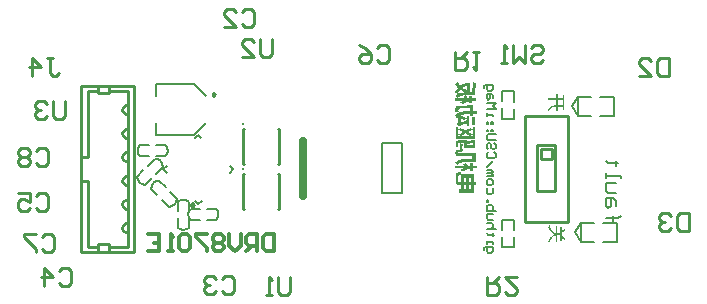
<source format=gbo>
G04*
G04 #@! TF.GenerationSoftware,Altium Limited,Altium Designer,20.1.11 (218)*
G04*
G04 Layer_Color=32896*
%FSLAX25Y25*%
%MOIN*%
G70*
G04*
G04 #@! TF.SameCoordinates,9EE67B27-E454-41D5-82AA-807338E90DDB*
G04*
G04*
G04 #@! TF.FilePolarity,Positive*
G04*
G01*
G75*
%ADD10C,0.01000*%
%ADD11C,0.01000*%
%ADD12C,0.00800*%
%ADD13C,0.00984*%
%ADD14C,0.00591*%
%ADD15C,0.00787*%
%ADD16C,0.01200*%
%ADD17C,0.00700*%
%ADD85C,0.02600*%
G36*
X-62266Y-98296D02*
X-60549D01*
Y-97090D01*
X-60083D01*
Y-102388D01*
X-60549D01*
Y-101108D01*
X-62266D01*
Y-102655D01*
X-62732D01*
Y-101108D01*
X-62910Y-101115D01*
X-63080Y-101130D01*
X-63228Y-101145D01*
X-63369Y-101160D01*
X-63495Y-101182D01*
X-63613Y-101212D01*
X-63709Y-101234D01*
X-63805Y-101263D01*
X-63879Y-101286D01*
X-63946Y-101308D01*
X-64005Y-101337D01*
X-64050Y-101352D01*
X-64087Y-101374D01*
X-64109Y-101382D01*
X-64124Y-101397D01*
X-64131D01*
X-64227Y-101463D01*
X-64316Y-101537D01*
X-64405Y-101619D01*
X-64494Y-101715D01*
X-64656Y-101915D01*
X-64797Y-102114D01*
X-64856Y-102211D01*
X-64915Y-102299D01*
X-64967Y-102381D01*
X-65004Y-102455D01*
X-65041Y-102514D01*
X-65063Y-102566D01*
X-65078Y-102595D01*
X-65086Y-102603D01*
X-65234Y-102470D01*
X-65308Y-102418D01*
X-65367Y-102366D01*
X-65419Y-102329D01*
X-65463Y-102292D01*
X-65493Y-102277D01*
X-65500Y-102270D01*
X-65389Y-102085D01*
X-65285Y-101915D01*
X-65174Y-101759D01*
X-65071Y-101619D01*
X-64975Y-101500D01*
X-64878Y-101389D01*
X-64790Y-101293D01*
X-64701Y-101212D01*
X-64627Y-101145D01*
X-64553Y-101086D01*
X-64494Y-101034D01*
X-64442Y-100997D01*
X-64405Y-100967D01*
X-64368Y-100953D01*
X-64353Y-100938D01*
X-64346D01*
X-64242Y-100886D01*
X-64124Y-100842D01*
X-63998Y-100805D01*
X-63872Y-100768D01*
X-63598Y-100716D01*
X-63339Y-100671D01*
X-63213Y-100657D01*
X-63102Y-100649D01*
X-62999Y-100642D01*
X-62910Y-100634D01*
X-62836D01*
X-62777Y-100627D01*
X-62747D01*
X-62732D01*
Y-98777D01*
X-65426D01*
Y-98296D01*
X-62732D01*
Y-96831D01*
X-62266D01*
Y-98296D01*
D02*
G37*
G36*
X-64834Y-141039D02*
X-64701Y-141350D01*
X-64553Y-141646D01*
X-64397Y-141905D01*
X-64227Y-142149D01*
X-64057Y-142356D01*
X-63887Y-142548D01*
X-63724Y-142719D01*
X-63561Y-142859D01*
X-63406Y-142985D01*
X-63273Y-143081D01*
X-63154Y-143163D01*
X-63051Y-143229D01*
X-62977Y-143266D01*
X-62947Y-143281D01*
X-62925Y-143296D01*
X-62917Y-143303D01*
X-62910D01*
Y-140795D01*
X-62459D01*
Y-143385D01*
X-62399D01*
X-62333D01*
X-62259D01*
X-62170Y-143377D01*
X-61985D01*
X-61800D01*
X-61622D01*
X-61541D01*
X-61474D01*
X-61415D01*
X-61371D01*
X-61341D01*
X-61334D01*
Y-141142D01*
X-60882D01*
Y-142637D01*
X-60720Y-142504D01*
X-60557Y-142378D01*
X-60401Y-142252D01*
X-60253Y-142134D01*
X-60128Y-142038D01*
X-60076Y-141993D01*
X-60031Y-141956D01*
X-59994Y-141927D01*
X-59965Y-141905D01*
X-59950Y-141897D01*
X-59943Y-141890D01*
X-59669Y-142378D01*
X-59883Y-142511D01*
X-60098Y-142652D01*
X-60305Y-142785D01*
X-60490Y-142911D01*
X-60572Y-142970D01*
X-60646Y-143022D01*
X-60712Y-143066D01*
X-60771Y-143111D01*
X-60816Y-143140D01*
X-60853Y-143163D01*
X-60875Y-143177D01*
X-60882Y-143185D01*
Y-144598D01*
X-60549Y-144221D01*
X-60394Y-144376D01*
X-60239Y-144539D01*
X-60091Y-144694D01*
X-59957Y-144835D01*
X-59846Y-144961D01*
X-59795Y-145013D01*
X-59758Y-145057D01*
X-59721Y-145094D01*
X-59698Y-145124D01*
X-59684Y-145138D01*
X-59676Y-145146D01*
X-59987Y-145486D01*
X-60120Y-145346D01*
X-60268Y-145198D01*
X-60416Y-145057D01*
X-60564Y-144916D01*
X-60690Y-144798D01*
X-60742Y-144746D01*
X-60794Y-144702D01*
X-60831Y-144672D01*
X-60860Y-144643D01*
X-60875Y-144628D01*
X-60882Y-144620D01*
Y-146041D01*
X-61334D01*
Y-143880D01*
X-61511D01*
X-61667D01*
X-61807D01*
X-61933D01*
X-62037D01*
X-62126Y-143888D01*
X-62207D01*
X-62274D01*
X-62325D01*
X-62362D01*
X-62399Y-143895D01*
X-62422D01*
X-62451D01*
X-62459D01*
Y-146389D01*
X-62910D01*
Y-143977D01*
X-63043Y-144021D01*
X-63169Y-144073D01*
X-63287Y-144132D01*
X-63406Y-144199D01*
X-63635Y-144361D01*
X-63842Y-144546D01*
X-64035Y-144746D01*
X-64212Y-144953D01*
X-64375Y-145175D01*
X-64523Y-145397D01*
X-64649Y-145612D01*
X-64760Y-145812D01*
X-64856Y-146004D01*
X-64930Y-146167D01*
X-64967Y-146241D01*
X-64989Y-146308D01*
X-65019Y-146367D01*
X-65034Y-146419D01*
X-65049Y-146456D01*
X-65063Y-146485D01*
X-65071Y-146500D01*
Y-146507D01*
X-65234Y-146374D01*
X-65308Y-146315D01*
X-65374Y-146263D01*
X-65426Y-146219D01*
X-65463Y-146189D01*
X-65493Y-146167D01*
X-65500Y-146160D01*
X-65419Y-145967D01*
X-65337Y-145790D01*
X-65256Y-145619D01*
X-65167Y-145449D01*
X-65078Y-145294D01*
X-64989Y-145153D01*
X-64901Y-145013D01*
X-64812Y-144879D01*
X-64716Y-144761D01*
X-64627Y-144643D01*
X-64442Y-144435D01*
X-64264Y-144258D01*
X-64087Y-144102D01*
X-63924Y-143969D01*
X-63776Y-143858D01*
X-63643Y-143777D01*
X-63524Y-143710D01*
X-63428Y-143658D01*
X-63354Y-143621D01*
X-63332Y-143614D01*
X-63310Y-143607D01*
X-63302Y-143599D01*
X-63295D01*
X-63554Y-143466D01*
X-63791Y-143303D01*
X-64020Y-143126D01*
X-64227Y-142941D01*
X-64420Y-142741D01*
X-64590Y-142534D01*
X-64745Y-142326D01*
X-64886Y-142119D01*
X-65012Y-141919D01*
X-65123Y-141734D01*
X-65211Y-141572D01*
X-65285Y-141424D01*
X-65345Y-141298D01*
X-65367Y-141246D01*
X-65389Y-141209D01*
X-65396Y-141172D01*
X-65411Y-141150D01*
X-65419Y-141135D01*
Y-141128D01*
X-65248Y-140972D01*
X-65167Y-140898D01*
X-65093Y-140832D01*
X-65034Y-140780D01*
X-64989Y-140728D01*
X-64952Y-140698D01*
X-64945Y-140691D01*
X-64834Y-141039D01*
D02*
G37*
G36*
X-95308Y-93128D02*
X-95198Y-93384D01*
X-95079Y-93613D01*
X-94960Y-93806D01*
X-94905Y-93897D01*
X-94850Y-93970D01*
X-94804Y-94035D01*
X-94758Y-94090D01*
X-94722Y-94135D01*
X-94694Y-94163D01*
X-94685Y-94181D01*
X-94676Y-94190D01*
X-94291Y-93952D01*
X-93906Y-93741D01*
X-93522Y-93558D01*
X-93329Y-93485D01*
X-93155Y-93412D01*
X-92990Y-93357D01*
X-92844Y-93302D01*
X-92716Y-93256D01*
X-92597Y-93219D01*
X-92505Y-93192D01*
X-92432Y-93173D01*
X-92395Y-93155D01*
X-92377D01*
X-91442D01*
Y-96361D01*
X-90746D01*
X-90719Y-95958D01*
X-90691Y-95573D01*
X-90664Y-95216D01*
X-90636Y-94886D01*
X-90609Y-94575D01*
X-90572Y-94300D01*
X-90545Y-94044D01*
X-90517Y-93815D01*
X-90490Y-93613D01*
X-90471Y-93439D01*
X-90444Y-93283D01*
X-90426Y-93164D01*
X-90407Y-93064D01*
X-90398Y-93000D01*
X-90389Y-92954D01*
Y-92945D01*
X-89409Y-93265D01*
X-89455Y-93540D01*
X-89500Y-93842D01*
X-89546Y-94163D01*
X-89583Y-94493D01*
X-89647Y-95170D01*
X-89675Y-95500D01*
X-89702Y-95821D01*
X-89720Y-96123D01*
X-89739Y-96398D01*
X-89757Y-96654D01*
X-89766Y-96764D01*
Y-96874D01*
X-89775Y-96966D01*
X-89784Y-97057D01*
Y-97186D01*
X-89794Y-97241D01*
Y-97305D01*
X-92597D01*
X-92963Y-97314D01*
X-93302Y-97341D01*
X-93622Y-97387D01*
X-93916Y-97442D01*
X-94190Y-97515D01*
X-94447Y-97589D01*
X-94676Y-97671D01*
X-94877Y-97754D01*
X-95061Y-97845D01*
X-95216Y-97928D01*
X-95354Y-98001D01*
X-95464Y-98065D01*
X-95555Y-98129D01*
X-95619Y-98175D01*
X-95656Y-98202D01*
X-95665Y-98211D01*
X-95812Y-98065D01*
X-95949Y-97937D01*
X-96096Y-97808D01*
X-96224Y-97699D01*
X-96334Y-97607D01*
X-96425Y-97534D01*
X-96480Y-97488D01*
X-96490Y-97470D01*
X-96499D01*
X-96224Y-97277D01*
X-95940Y-97103D01*
X-95647Y-96957D01*
X-95345Y-96828D01*
X-95051Y-96718D01*
X-94758Y-96636D01*
X-94474Y-96563D01*
X-94209Y-96499D01*
X-93952Y-96453D01*
X-93723Y-96416D01*
X-93512Y-96398D01*
X-93339Y-96380D01*
X-93256Y-96370D01*
X-93192D01*
X-93128Y-96361D01*
X-93082D01*
X-93045D01*
X-93018D01*
X-93000D01*
X-92990D01*
X-92377D01*
Y-95491D01*
X-93027Y-96206D01*
X-93357Y-96096D01*
X-93659Y-95977D01*
X-93934Y-95857D01*
X-94062Y-95793D01*
X-94181Y-95738D01*
X-94282Y-95683D01*
X-94374Y-95638D01*
X-94456Y-95592D01*
X-94520Y-95555D01*
X-94575Y-95528D01*
X-94612Y-95500D01*
X-94639Y-95491D01*
X-94648Y-95482D01*
X-94841Y-95702D01*
X-95015Y-95931D01*
X-95170Y-96150D01*
X-95299Y-96361D01*
X-95354Y-96453D01*
X-95409Y-96544D01*
X-95454Y-96618D01*
X-95491Y-96691D01*
X-95519Y-96746D01*
X-95537Y-96783D01*
X-95546Y-96810D01*
X-95555Y-96819D01*
X-95876Y-96609D01*
X-96031Y-96517D01*
X-96178Y-96425D01*
X-96306Y-96352D01*
X-96398Y-96297D01*
X-96435Y-96279D01*
X-96462Y-96260D01*
X-96480Y-96251D01*
X-96490D01*
X-96325Y-95967D01*
X-96151Y-95702D01*
X-95977Y-95464D01*
X-95894Y-95354D01*
X-95812Y-95253D01*
X-95738Y-95161D01*
X-95674Y-95088D01*
X-95610Y-95015D01*
X-95564Y-94960D01*
X-95519Y-94914D01*
X-95491Y-94877D01*
X-95473Y-94859D01*
X-95464Y-94850D01*
X-95683Y-94630D01*
X-95885Y-94401D01*
X-96059Y-94181D01*
X-96215Y-93970D01*
X-96279Y-93870D01*
X-96334Y-93787D01*
X-96380Y-93705D01*
X-96425Y-93641D01*
X-96453Y-93586D01*
X-96480Y-93549D01*
X-96490Y-93522D01*
X-96499Y-93512D01*
X-96270Y-93393D01*
X-96059Y-93274D01*
X-95876Y-93164D01*
X-95711Y-93064D01*
X-95583Y-92981D01*
X-95528Y-92945D01*
X-95482Y-92908D01*
X-95445Y-92890D01*
X-95418Y-92871D01*
X-95409Y-92853D01*
X-95399D01*
X-95308Y-93128D01*
D02*
G37*
G36*
X-92679Y-97515D02*
X-92587Y-97680D01*
X-92505Y-97836D01*
X-92432Y-97973D01*
X-92368Y-98092D01*
X-92322Y-98184D01*
X-92294Y-98239D01*
X-92285Y-98248D01*
Y-98257D01*
X-91626D01*
Y-97488D01*
X-90664D01*
Y-98257D01*
X-89317D01*
Y-99210D01*
X-90664D01*
Y-100071D01*
X-91626D01*
Y-99219D01*
X-91809Y-99274D01*
X-91992Y-99338D01*
X-92349Y-99476D01*
X-92688Y-99631D01*
X-92853Y-99705D01*
X-93000Y-99778D01*
X-93146Y-99851D01*
X-93265Y-99924D01*
X-93384Y-99979D01*
X-93476Y-100034D01*
X-93549Y-100080D01*
X-93613Y-100117D01*
X-93650Y-100135D01*
X-93659Y-100144D01*
X-93879Y-100089D01*
X-94108Y-100043D01*
X-94319Y-99998D01*
X-94520Y-99961D01*
X-94612Y-99943D01*
X-94694Y-99924D01*
X-94767Y-99915D01*
X-94832Y-99897D01*
X-94877Y-99888D01*
X-94914D01*
X-94942Y-99879D01*
X-94951D01*
X-94713Y-99732D01*
X-94474Y-99604D01*
X-94254Y-99494D01*
X-94062Y-99393D01*
X-93971Y-99357D01*
X-93888Y-99320D01*
X-93824Y-99283D01*
X-93760Y-99256D01*
X-93714Y-99237D01*
X-93677Y-99219D01*
X-93659Y-99210D01*
X-96444D01*
Y-98257D01*
X-93320D01*
X-93430Y-98083D01*
X-93476Y-98001D01*
X-93522Y-97928D01*
X-93558Y-97873D01*
X-93586Y-97827D01*
X-93604Y-97799D01*
X-93613Y-97790D01*
X-92780Y-97332D01*
X-92679Y-97515D01*
D02*
G37*
G36*
X-90490Y-102590D02*
X-89244Y-102581D01*
Y-103552D01*
X-90490Y-103561D01*
Y-104321D01*
X-91461D01*
Y-103579D01*
X-91891D01*
X-92294Y-103598D01*
X-92661Y-103625D01*
X-92990Y-103653D01*
X-93293Y-103689D01*
X-93568Y-103735D01*
X-93806Y-103781D01*
X-94025Y-103827D01*
X-94209Y-103872D01*
X-94364Y-103918D01*
X-94493Y-103955D01*
X-94593Y-103991D01*
X-94676Y-104028D01*
X-94731Y-104056D01*
X-94767Y-104065D01*
X-94777Y-104074D01*
X-92936Y-104852D01*
X-93210Y-105668D01*
X-93448Y-105567D01*
X-93687Y-105475D01*
X-93916Y-105393D01*
X-94117Y-105310D01*
X-94218Y-105274D01*
X-94300Y-105246D01*
X-94374Y-105219D01*
X-94438Y-105191D01*
X-94493Y-105173D01*
X-94529Y-105155D01*
X-94557Y-105146D01*
X-94566D01*
X-94575Y-105356D01*
X-94584Y-105558D01*
X-94593Y-105769D01*
X-94603Y-105952D01*
Y-106181D01*
X-94612Y-106245D01*
Y-106355D01*
X-94236Y-106217D01*
X-93879Y-106080D01*
X-93531Y-105961D01*
X-93366Y-105897D01*
X-93219Y-105851D01*
X-93082Y-105805D01*
X-92954Y-105759D01*
X-92844Y-105723D01*
X-92752Y-105686D01*
X-92670Y-105668D01*
X-92615Y-105649D01*
X-92578Y-105631D01*
X-92569D01*
Y-104220D01*
X-91635D01*
Y-107600D01*
X-92569D01*
Y-106694D01*
X-92752Y-106749D01*
X-92926Y-106794D01*
X-93082Y-106849D01*
X-93238Y-106895D01*
X-93522Y-106987D01*
X-93769Y-107078D01*
X-93980Y-107161D01*
X-94172Y-107234D01*
X-94328Y-107307D01*
X-94465Y-107371D01*
X-94575Y-107436D01*
X-94667Y-107481D01*
X-94731Y-107527D01*
X-94786Y-107564D01*
X-94822Y-107600D01*
X-94850Y-107619D01*
X-94868Y-107628D01*
Y-107637D01*
X-95748Y-107179D01*
X-95711Y-107078D01*
X-95683Y-106968D01*
X-95656Y-106849D01*
X-95628Y-106739D01*
X-95610Y-106639D01*
X-95601Y-106556D01*
X-95592Y-106501D01*
Y-106483D01*
X-95427Y-104449D01*
X-95592Y-104587D01*
X-95665Y-104651D01*
X-95738Y-104706D01*
X-95793Y-104761D01*
X-95839Y-104798D01*
X-95867Y-104825D01*
X-95876Y-104834D01*
X-95986Y-104660D01*
X-96096Y-104495D01*
X-96196Y-104340D01*
X-96288Y-104211D01*
X-96371Y-104101D01*
X-96435Y-104019D01*
X-96471Y-103964D01*
X-96490Y-103946D01*
X-96270Y-103772D01*
X-96059Y-103616D01*
X-95839Y-103479D01*
X-95647Y-103359D01*
X-95473Y-103268D01*
X-95399Y-103231D01*
X-95335Y-103204D01*
X-95290Y-103176D01*
X-95244Y-103158D01*
X-95226Y-103149D01*
X-95216D01*
X-94951Y-103039D01*
X-94694Y-102956D01*
X-94456Y-102883D01*
X-94236Y-102828D01*
X-94145Y-102810D01*
X-94053Y-102792D01*
X-93980Y-102773D01*
X-93916Y-102764D01*
X-93870Y-102755D01*
X-93824Y-102746D01*
X-93806D01*
X-93796D01*
X-93650Y-102727D01*
X-93494Y-102709D01*
X-93320Y-102700D01*
X-93137Y-102682D01*
X-92743Y-102654D01*
X-92368Y-102636D01*
X-92184D01*
X-92010Y-102627D01*
X-91864Y-102618D01*
X-91726D01*
X-91616Y-102608D01*
X-91534D01*
X-91479D01*
X-91461D01*
Y-101665D01*
X-91717D01*
X-91974D01*
X-92212Y-101674D01*
X-92432D01*
X-92642D01*
X-92835Y-101683D01*
X-93018D01*
X-93183D01*
X-93329Y-101692D01*
X-93467D01*
X-93577D01*
X-93668D01*
X-93742Y-101701D01*
X-93796D01*
X-93833D01*
X-93842D01*
X-94016Y-101711D01*
X-94163D01*
X-94300Y-101720D01*
X-94419D01*
X-94529D01*
X-94621Y-101729D01*
X-94703D01*
X-94767Y-101738D01*
X-94822D01*
X-94868D01*
X-94905D01*
X-94932Y-101747D01*
X-94960D01*
X-94969D01*
X-95024Y-101756D01*
X-95070Y-101775D01*
X-95143Y-101821D01*
X-95189Y-101866D01*
X-95207Y-101875D01*
Y-101885D01*
X-95235Y-101930D01*
X-95253Y-101976D01*
X-95280Y-102086D01*
Y-102132D01*
X-95290Y-102169D01*
Y-102333D01*
X-95280Y-102462D01*
Y-102599D01*
X-95271Y-102727D01*
Y-102837D01*
X-95262Y-102929D01*
Y-103011D01*
X-95464Y-102956D01*
X-95656Y-102911D01*
X-95839Y-102865D01*
X-96004Y-102819D01*
X-96151Y-102792D01*
X-96206Y-102773D01*
X-96260Y-102764D01*
X-96297Y-102755D01*
X-96325D01*
X-96343Y-102746D01*
X-96352D01*
Y-102553D01*
X-96343Y-102389D01*
Y-102233D01*
X-96334Y-102095D01*
X-96325Y-101967D01*
Y-101866D01*
X-96315Y-101775D01*
X-96306Y-101692D01*
X-96297Y-101628D01*
Y-101573D01*
X-96288Y-101527D01*
X-96279Y-101491D01*
X-96270Y-101445D01*
Y-101436D01*
X-96242Y-101344D01*
X-96206Y-101271D01*
X-96160Y-101198D01*
X-96123Y-101143D01*
X-96087Y-101097D01*
X-96059Y-101060D01*
X-96041Y-101042D01*
X-96031Y-101033D01*
X-95967Y-100978D01*
X-95903Y-100932D01*
X-95784Y-100877D01*
X-95738Y-100850D01*
X-95702Y-100840D01*
X-95674Y-100831D01*
X-95665D01*
X-95619Y-100822D01*
X-95564Y-100813D01*
X-95491Y-100804D01*
X-95418Y-100795D01*
X-95253Y-100786D01*
X-95070Y-100776D01*
X-94905Y-100767D01*
X-94832D01*
X-94767Y-100758D01*
X-94713D01*
X-94667D01*
X-94639D01*
X-94630D01*
X-90490Y-100676D01*
Y-102590D01*
D02*
G37*
G36*
X-89794Y-107289D02*
X-90728D01*
Y-104477D01*
X-89794D01*
Y-107289D01*
D02*
G37*
G36*
X-95290Y-111054D02*
X-94612D01*
X-95088Y-110394D01*
X-94877Y-110239D01*
X-94667Y-110092D01*
X-94474Y-109955D01*
X-94291Y-109826D01*
X-94135Y-109726D01*
X-94071Y-109680D01*
X-94016Y-109643D01*
X-93971Y-109616D01*
X-93934Y-109597D01*
X-93916Y-109579D01*
X-93906D01*
X-95070Y-108938D01*
X-94621Y-108123D01*
X-92990Y-109066D01*
X-92642Y-108883D01*
X-92285Y-108718D01*
X-91955Y-108562D01*
X-91790Y-108489D01*
X-91644Y-108425D01*
X-91506Y-108361D01*
X-91378Y-108306D01*
X-91268Y-108260D01*
X-91177Y-108214D01*
X-91094Y-108187D01*
X-91039Y-108159D01*
X-91003Y-108150D01*
X-90993Y-108141D01*
X-90700Y-108938D01*
X-90966Y-109048D01*
X-91232Y-109158D01*
X-91470Y-109258D01*
X-91690Y-109359D01*
X-91781Y-109405D01*
X-91864Y-109451D01*
X-91946Y-109487D01*
X-92010Y-109515D01*
X-92056Y-109542D01*
X-92102Y-109561D01*
X-92120Y-109579D01*
X-92129D01*
X-90792Y-110394D01*
X-91168Y-111054D01*
X-90581D01*
Y-108022D01*
X-89702D01*
Y-112016D01*
X-96160D01*
Y-107921D01*
X-95290D01*
Y-111054D01*
D02*
G37*
G36*
X-92560Y-112657D02*
X-89647Y-112409D01*
Y-114974D01*
X-90517D01*
Y-113408D01*
X-92560Y-113573D01*
Y-114067D01*
X-90728Y-113866D01*
Y-114764D01*
X-93430Y-115020D01*
Y-113124D01*
X-93668Y-113133D01*
X-93888Y-113142D01*
X-94080Y-113152D01*
X-94254Y-113161D01*
X-94410Y-113170D01*
X-94548D01*
X-94657Y-113179D01*
X-94758Y-113188D01*
X-94841D01*
X-94914Y-113197D01*
X-94969D01*
X-95015D01*
X-95042Y-113206D01*
X-95061D01*
X-95079D01*
X-95180Y-113234D01*
X-95253Y-113280D01*
X-95308Y-113335D01*
X-95345Y-113408D01*
X-95363Y-113472D01*
X-95372Y-113527D01*
X-95381Y-113564D01*
Y-113719D01*
X-95372Y-113884D01*
X-95363Y-114058D01*
X-95345Y-114223D01*
X-95335Y-114379D01*
Y-114443D01*
X-95326Y-114498D01*
Y-114553D01*
X-95317Y-114590D01*
Y-114617D01*
X-95656Y-114562D01*
X-95821Y-114535D01*
X-95967Y-114516D01*
X-96096Y-114498D01*
X-96187Y-114480D01*
X-96224D01*
X-96251Y-114471D01*
X-96270D01*
X-96279D01*
Y-113628D01*
X-96270Y-113518D01*
Y-113225D01*
X-96260Y-113179D01*
Y-113106D01*
X-96251Y-113042D01*
X-96233Y-112977D01*
X-96178Y-112858D01*
X-96160Y-112813D01*
X-96132Y-112776D01*
X-96123Y-112758D01*
X-96114Y-112748D01*
X-96068Y-112684D01*
X-96013Y-112629D01*
X-95903Y-112547D01*
X-95858Y-112519D01*
X-95821Y-112501D01*
X-95793Y-112483D01*
X-95784D01*
X-95738Y-112464D01*
X-95693Y-112446D01*
X-95574Y-112419D01*
X-95436Y-112400D01*
X-95308Y-112382D01*
X-95180Y-112364D01*
X-95079Y-112355D01*
X-95033Y-112345D01*
X-95006D01*
X-94987D01*
X-94978D01*
X-94850Y-112336D01*
X-94703Y-112327D01*
X-94529Y-112318D01*
X-94346Y-112300D01*
X-94145Y-112290D01*
X-93943Y-112281D01*
X-93540Y-112263D01*
X-93348Y-112254D01*
X-93164Y-112245D01*
X-93000D01*
X-92853Y-112235D01*
X-92734D01*
X-92642Y-112226D01*
X-92606D01*
X-92578D01*
X-92569D01*
X-92560D01*
Y-112657D01*
D02*
G37*
G36*
X-93861Y-113417D02*
X-93906Y-113747D01*
X-93943Y-114058D01*
X-93971Y-114351D01*
X-93989Y-114489D01*
X-93998Y-114617D01*
X-94016Y-114727D01*
X-94025Y-114837D01*
X-94035Y-114928D01*
X-94044Y-115002D01*
Y-115066D01*
X-94053Y-115112D01*
Y-115148D01*
X-94969Y-115029D01*
X-94923Y-114745D01*
X-94886Y-114461D01*
X-94841Y-114187D01*
X-94813Y-113939D01*
X-94795Y-113829D01*
X-94777Y-113729D01*
X-94767Y-113637D01*
X-94758Y-113555D01*
X-94749Y-113490D01*
Y-113445D01*
X-94740Y-113417D01*
Y-113408D01*
X-93861Y-113417D01*
D02*
G37*
G36*
X-93806Y-115478D02*
X-93760Y-115615D01*
X-93714Y-115735D01*
X-93668Y-115845D01*
X-93632Y-115936D01*
X-93604Y-116000D01*
X-93586Y-116046D01*
X-93577Y-116064D01*
X-93723D01*
X-93870Y-116074D01*
X-93998D01*
X-94117D01*
X-94236Y-116083D01*
X-94337D01*
X-94428Y-116092D01*
X-94511D01*
X-94584Y-116101D01*
X-94648D01*
X-94703Y-116110D01*
X-94749D01*
X-94786Y-116119D01*
X-94813D01*
X-94822D01*
X-94832D01*
X-94969Y-116138D01*
X-95079Y-116147D01*
X-95170Y-116165D01*
X-95226Y-116174D01*
X-95271Y-116183D01*
X-95290Y-116193D01*
X-95308Y-116202D01*
X-95335Y-116238D01*
X-95354Y-116275D01*
X-95363Y-116312D01*
Y-116330D01*
X-95354Y-116385D01*
X-95326Y-116422D01*
X-95280Y-116449D01*
X-95235Y-116467D01*
X-95198Y-116477D01*
X-95152Y-116486D01*
X-95125D01*
X-95116D01*
X-89583D01*
Y-119563D01*
X-92047D01*
X-92331D01*
X-92597Y-119573D01*
X-92844Y-119582D01*
X-93064Y-119591D01*
X-93265Y-119609D01*
X-93458Y-119618D01*
X-93613Y-119637D01*
X-93760Y-119655D01*
X-93888Y-119673D01*
X-93998Y-119692D01*
X-94090Y-119701D01*
X-94163Y-119719D01*
X-94218Y-119728D01*
X-94264Y-119738D01*
X-94282Y-119747D01*
X-94291D01*
X-94410Y-119783D01*
X-94529Y-119829D01*
X-94767Y-119948D01*
X-94978Y-120076D01*
X-95180Y-120205D01*
X-95262Y-120269D01*
X-95335Y-120333D01*
X-95409Y-120388D01*
X-95464Y-120434D01*
X-95509Y-120480D01*
X-95546Y-120507D01*
X-95564Y-120525D01*
X-95574Y-120534D01*
X-95748Y-120379D01*
X-95903Y-120232D01*
X-96050Y-120104D01*
X-96187Y-119994D01*
X-96288Y-119893D01*
X-96371Y-119829D01*
X-96425Y-119783D01*
X-96435Y-119765D01*
X-96444D01*
X-96306Y-119646D01*
X-96178Y-119527D01*
X-96041Y-119426D01*
X-95912Y-119334D01*
X-95674Y-119170D01*
X-95454Y-119041D01*
X-95354Y-118996D01*
X-95271Y-118950D01*
X-95189Y-118913D01*
X-95125Y-118877D01*
X-95079Y-118858D01*
X-95033Y-118840D01*
X-95015Y-118831D01*
X-95006D01*
X-94859Y-118785D01*
X-94694Y-118748D01*
X-94520Y-118712D01*
X-94337Y-118684D01*
X-93952Y-118638D01*
X-93568Y-118602D01*
X-93384Y-118593D01*
X-93219Y-118583D01*
X-93064D01*
X-92936Y-118574D01*
X-92826D01*
X-92743D01*
X-92688D01*
X-92670D01*
X-90618D01*
Y-117530D01*
X-95418D01*
X-95574Y-117521D01*
X-95702Y-117502D01*
X-95821Y-117466D01*
X-95922Y-117420D01*
X-96004Y-117365D01*
X-96077Y-117310D01*
X-96132Y-117246D01*
X-96178Y-117182D01*
X-96215Y-117118D01*
X-96242Y-117054D01*
X-96270Y-116944D01*
X-96279Y-116898D01*
X-96288Y-116861D01*
Y-116257D01*
X-96279Y-116147D01*
X-96270Y-116046D01*
X-96242Y-115954D01*
X-96215Y-115881D01*
X-96196Y-115826D01*
X-96169Y-115790D01*
X-96160Y-115762D01*
X-96151Y-115753D01*
X-96096Y-115689D01*
X-96022Y-115634D01*
X-95949Y-115588D01*
X-95876Y-115551D01*
X-95812Y-115524D01*
X-95757Y-115506D01*
X-95711Y-115496D01*
X-95702D01*
X-95628Y-115478D01*
X-95528Y-115469D01*
X-95409Y-115451D01*
X-95280Y-115442D01*
X-95134Y-115423D01*
X-94978Y-115414D01*
X-94657Y-115386D01*
X-94502Y-115377D01*
X-94355Y-115368D01*
X-94227Y-115359D01*
X-94099Y-115350D01*
X-94007D01*
X-93925Y-115341D01*
X-93879D01*
X-93861D01*
X-93806Y-115478D01*
D02*
G37*
G36*
X-92706Y-119957D02*
X-92587Y-120141D01*
X-92487Y-120315D01*
X-92395Y-120461D01*
X-92322Y-120589D01*
X-92267Y-120681D01*
X-92248Y-120718D01*
X-92230Y-120745D01*
X-92221Y-120754D01*
Y-120763D01*
X-91543D01*
Y-119921D01*
X-90563D01*
Y-120763D01*
X-89253D01*
Y-121725D01*
X-90563D01*
Y-122568D01*
X-91543D01*
Y-121744D01*
X-91955Y-121863D01*
X-92349Y-122009D01*
X-92523Y-122082D01*
X-92697Y-122156D01*
X-92853Y-122229D01*
X-93000Y-122293D01*
X-93137Y-122366D01*
X-93256Y-122431D01*
X-93366Y-122485D01*
X-93448Y-122531D01*
X-93522Y-122577D01*
X-93568Y-122605D01*
X-93604Y-122623D01*
X-93613Y-122632D01*
X-93906Y-122550D01*
X-94163Y-122485D01*
X-94383Y-122431D01*
X-94484Y-122403D01*
X-94566Y-122376D01*
X-94648Y-122357D01*
X-94722Y-122339D01*
X-94777Y-122330D01*
X-94822Y-122311D01*
X-94859Y-122302D01*
X-94896D01*
X-94905Y-122293D01*
X-94914D01*
X-94722Y-122174D01*
X-94538Y-122073D01*
X-94355Y-121973D01*
X-94200Y-121890D01*
X-94062Y-121817D01*
X-94007Y-121789D01*
X-93952Y-121771D01*
X-93916Y-121753D01*
X-93888Y-121734D01*
X-93870Y-121725D01*
X-96425D01*
Y-120763D01*
X-93274D01*
X-93650Y-120232D01*
X-92826Y-119756D01*
X-92706Y-119957D01*
D02*
G37*
G36*
X-94401Y-123026D02*
X-94355Y-123191D01*
X-94310Y-123347D01*
X-94264Y-123466D01*
X-94227Y-123576D01*
X-94200Y-123649D01*
X-94181Y-123695D01*
X-94172Y-123713D01*
X-90197D01*
Y-126223D01*
X-89290D01*
Y-127285D01*
X-90197D01*
Y-129777D01*
X-95033D01*
Y-128724D01*
X-94456D01*
Y-127285D01*
X-95189D01*
X-95381Y-127276D01*
X-95546Y-127230D01*
X-95683Y-127175D01*
X-95812Y-127102D01*
X-95912Y-127011D01*
X-95995Y-126910D01*
X-96068Y-126800D01*
X-96123Y-126690D01*
X-96169Y-126580D01*
X-96206Y-126470D01*
X-96224Y-126369D01*
X-96242Y-126278D01*
X-96251Y-126205D01*
X-96260Y-126149D01*
Y-124336D01*
X-96251Y-124125D01*
X-96215Y-123942D01*
X-96178Y-123786D01*
X-96123Y-123649D01*
X-96077Y-123539D01*
X-96031Y-123466D01*
X-96004Y-123420D01*
X-95995Y-123401D01*
X-95931Y-123337D01*
X-95858Y-123273D01*
X-95757Y-123218D01*
X-95647Y-123163D01*
X-95528Y-123118D01*
X-95399Y-123072D01*
X-95125Y-122989D01*
X-94997Y-122953D01*
X-94877Y-122925D01*
X-94758Y-122898D01*
X-94657Y-122879D01*
X-94575Y-122861D01*
X-94511Y-122852D01*
X-94474Y-122843D01*
X-94456D01*
X-94401Y-123026D01*
D02*
G37*
%LPC*%
G36*
X-60549Y-98777D02*
X-62266D01*
Y-100627D01*
X-60549D01*
Y-98777D01*
D02*
G37*
G36*
X-92377Y-94209D02*
X-92688Y-94291D01*
X-92972Y-94392D01*
X-93229Y-94493D01*
X-93348Y-94547D01*
X-93448Y-94593D01*
X-93549Y-94648D01*
X-93641Y-94694D01*
X-93714Y-94731D01*
X-93778Y-94767D01*
X-93833Y-94795D01*
X-93870Y-94822D01*
X-93888Y-94832D01*
X-93897Y-94841D01*
X-93650Y-94987D01*
X-93384Y-95106D01*
X-93137Y-95216D01*
X-92899Y-95308D01*
X-92789Y-95354D01*
X-92688Y-95381D01*
X-92597Y-95418D01*
X-92523Y-95436D01*
X-92459Y-95454D01*
X-92413Y-95473D01*
X-92386Y-95482D01*
X-92377D01*
Y-94209D01*
D02*
G37*
G36*
X-93018Y-110074D02*
X-93293Y-110239D01*
X-93558Y-110413D01*
X-93806Y-110577D01*
X-94025Y-110724D01*
X-94126Y-110797D01*
X-94218Y-110862D01*
X-94291Y-110916D01*
X-94355Y-110962D01*
X-94410Y-110999D01*
X-94447Y-111026D01*
X-94474Y-111045D01*
X-94484Y-111054D01*
X-91305D01*
X-93018Y-110074D01*
D02*
G37*
G36*
X-91113Y-124766D02*
X-91864D01*
Y-126223D01*
X-91113D01*
Y-124766D01*
D02*
G37*
G36*
X-92780D02*
X-93540D01*
Y-126223D01*
X-92780D01*
Y-124766D01*
D02*
G37*
G36*
X-94456Y-123942D02*
X-94593Y-123960D01*
X-94713Y-123988D01*
X-94804Y-124006D01*
X-94886Y-124024D01*
X-94942Y-124034D01*
X-94978Y-124043D01*
X-95006Y-124052D01*
X-95015D01*
X-95070Y-124070D01*
X-95125Y-124107D01*
X-95207Y-124171D01*
X-95253Y-124226D01*
X-95271Y-124244D01*
Y-124253D01*
X-95299Y-124318D01*
X-95326Y-124382D01*
X-95354Y-124528D01*
Y-124592D01*
X-95363Y-124638D01*
Y-125783D01*
X-95354Y-125856D01*
X-95345Y-125930D01*
X-95299Y-126040D01*
X-95244Y-126113D01*
X-95170Y-126168D01*
X-95097Y-126195D01*
X-95042Y-126214D01*
X-94997Y-126223D01*
X-94978D01*
X-94456D01*
Y-123942D01*
D02*
G37*
G36*
X-91113Y-127285D02*
X-91864D01*
Y-128724D01*
X-91113D01*
Y-127285D01*
D02*
G37*
G36*
X-92780D02*
X-93540D01*
Y-128724D01*
X-92780D01*
Y-127285D01*
D02*
G37*
%LPD*%
D10*
X-205325Y-139942D02*
X-206272Y-140015D01*
X-207014Y-140609D01*
X-207294Y-141517D01*
X-207014Y-142425D01*
X-206272Y-143018D01*
X-205325Y-143091D01*
Y-132066D02*
X-206272Y-132139D01*
X-207014Y-132733D01*
X-207294Y-133641D01*
X-207014Y-134549D01*
X-206272Y-135142D01*
X-205325Y-135215D01*
Y-124192D02*
X-206272Y-124265D01*
X-207014Y-124859D01*
X-207294Y-125767D01*
X-207014Y-126675D01*
X-206272Y-127268D01*
X-205325Y-127341D01*
Y-116326D02*
X-206272Y-116399D01*
X-207014Y-116993D01*
X-207294Y-117901D01*
X-207014Y-118809D01*
X-206272Y-119402D01*
X-205325Y-119475D01*
Y-108452D02*
X-206272Y-108525D01*
X-207014Y-109119D01*
X-207294Y-110027D01*
X-207014Y-110935D01*
X-206272Y-111528D01*
X-205325Y-111601D01*
Y-100578D02*
X-206272Y-100651D01*
X-207014Y-101245D01*
X-207294Y-102153D01*
X-207014Y-103061D01*
X-206272Y-103654D01*
X-205325Y-103727D01*
X-183365Y-133983D02*
X-183956Y-133392D01*
X-184547Y-133983D01*
X-183956Y-134574D01*
X-183365Y-133983D01*
X-221081Y-149416D02*
Y-94294D01*
X-203364Y-149416D02*
Y-102172D01*
X-221081Y-149416D02*
X-203364Y-149416D01*
X-211640Y-147844D02*
X-211638Y-147841D01*
X-211640Y-147844D02*
X-205330D01*
Y-95794D01*
X-218708Y-117794D02*
Y-103764D01*
X-221070Y-117794D02*
X-218708D01*
X-211635Y-149425D02*
Y-147063D01*
X-215572D02*
X-211635D01*
X-215572Y-149425D02*
Y-147063D01*
X-218718Y-147845D02*
X-215568D01*
X-218718D02*
Y-125794D01*
X-221080D02*
X-218718D01*
X-221081Y-94298D02*
X-203364Y-94298D01*
X-211640Y-95870D02*
X-205330D01*
X-211635Y-96651D02*
Y-94289D01*
X-215572Y-96651D02*
X-211635D01*
X-215572D02*
Y-94289D01*
X-218718Y-95869D02*
X-215568D01*
X-203364Y-102172D02*
Y-94298D01*
X-218708Y-103764D02*
Y-95879D01*
X-67821Y-115181D02*
X-64278D01*
Y-118725D02*
Y-115181D01*
X-67821Y-118725D02*
X-64278D01*
X-58918Y-139714D02*
Y-104274D01*
X-63097Y-129355D02*
Y-114000D01*
X-67821Y-118725D02*
Y-115181D01*
X-71058Y-104274D02*
X-58918D01*
X-69002Y-114000D02*
X-63097D01*
X-73088Y-104285D02*
X-71058Y-104274D01*
X-69002Y-129355D02*
X-63097D01*
X-73089Y-139714D02*
X-58918D01*
X-73089D02*
X-73088Y-104285D01*
X-69002Y-129355D02*
Y-114000D01*
X-155527Y-123502D02*
X-155162D01*
Y-135407D02*
Y-123502D01*
X-155527Y-135407D02*
X-155162D01*
X-167162Y-123502D02*
X-166796Y-123502D01*
X-167162Y-135407D02*
Y-123502D01*
Y-135407D02*
X-166796Y-135407D01*
X-155527Y-108499D02*
X-155162D01*
Y-120405D02*
Y-108499D01*
X-155527Y-120405D02*
X-155162D01*
X-167162Y-108499D02*
X-166796Y-108499D01*
X-167162Y-120405D02*
Y-108499D01*
Y-120405D02*
X-166796Y-120405D01*
X-232471Y-84761D02*
X-230472D01*
X-231472D01*
Y-89760D01*
X-230472Y-90759D01*
X-229472D01*
X-228473Y-89760D01*
X-237470Y-90759D02*
Y-84761D01*
X-234471Y-87760D01*
X-238470D01*
X-226502Y-99173D02*
Y-104171D01*
X-227501Y-105171D01*
X-229501D01*
X-230500Y-104171D01*
Y-99173D01*
X-232500Y-100172D02*
X-233499Y-99173D01*
X-235499D01*
X-236498Y-100172D01*
Y-101172D01*
X-235499Y-102172D01*
X-234499D01*
X-235499D01*
X-236498Y-103172D01*
Y-104171D01*
X-235499Y-105171D01*
X-233499D01*
X-232500Y-104171D01*
X-157502Y-78501D02*
Y-83499D01*
X-158501Y-84499D01*
X-160501D01*
X-161500Y-83499D01*
Y-78501D01*
X-167498Y-84499D02*
X-163500D01*
X-167498Y-80500D01*
Y-79501D01*
X-166499Y-78501D01*
X-164499D01*
X-163500Y-79501D01*
X-151529Y-158000D02*
Y-162998D01*
X-152529Y-163998D01*
X-154528D01*
X-155527Y-162998D01*
Y-158000D01*
X-157527Y-163998D02*
X-159526D01*
X-158527D01*
Y-158000D01*
X-157527Y-159000D01*
X-71001Y-81501D02*
X-70001Y-80501D01*
X-68002D01*
X-67002Y-81501D01*
Y-82500D01*
X-68002Y-83500D01*
X-70001D01*
X-71001Y-84500D01*
Y-85499D01*
X-70001Y-86499D01*
X-68002D01*
X-67002Y-85499D01*
X-73000Y-80501D02*
Y-86499D01*
X-75000Y-84500D01*
X-76999Y-86499D01*
Y-80501D01*
X-78998Y-86499D02*
X-80998D01*
X-79998D01*
Y-80501D01*
X-78998Y-81501D01*
X-85793Y-158000D02*
Y-163998D01*
X-82794D01*
X-81794Y-162998D01*
Y-160999D01*
X-82794Y-159999D01*
X-85793D01*
X-83793D02*
X-81794Y-158000D01*
X-75796D02*
X-79795D01*
X-75796Y-161999D01*
Y-162998D01*
X-76796Y-163998D01*
X-78795D01*
X-79795Y-162998D01*
X-96499Y-83001D02*
Y-88999D01*
X-93500D01*
X-92500Y-87999D01*
Y-86000D01*
X-93500Y-85000D01*
X-96499D01*
X-94499D02*
X-92500Y-83001D01*
X-90501D02*
X-88501D01*
X-89501D01*
Y-88999D01*
X-90501Y-87999D01*
X-18502Y-136501D02*
Y-142499D01*
X-21501D01*
X-22500Y-141499D01*
Y-137501D01*
X-21501Y-136501D01*
X-18502D01*
X-24500Y-137501D02*
X-25499Y-136501D01*
X-27499D01*
X-28498Y-137501D01*
Y-138500D01*
X-27499Y-139500D01*
X-26499D01*
X-27499D01*
X-28498Y-140500D01*
Y-141499D01*
X-27499Y-142499D01*
X-25499D01*
X-24500Y-141499D01*
X-25002Y-85001D02*
Y-90999D01*
X-28001D01*
X-29000Y-89999D01*
Y-86001D01*
X-28001Y-85001D01*
X-25002D01*
X-34998Y-90999D02*
X-31000D01*
X-34998Y-87000D01*
Y-86001D01*
X-33999Y-85001D01*
X-31999D01*
X-31000Y-86001D01*
X-236000Y-115795D02*
X-235001Y-114795D01*
X-233001D01*
X-232002Y-115795D01*
Y-119793D01*
X-233001Y-120793D01*
X-235001D01*
X-236000Y-119793D01*
X-238000Y-115795D02*
X-238999Y-114795D01*
X-240999D01*
X-241998Y-115795D01*
Y-116794D01*
X-240999Y-117794D01*
X-241998Y-118794D01*
Y-119793D01*
X-240999Y-120793D01*
X-238999D01*
X-238000Y-119793D01*
Y-118794D01*
X-238999Y-117794D01*
X-238000Y-116794D01*
Y-115795D01*
X-238999Y-117794D02*
X-240999D01*
X-234000Y-144501D02*
X-233001Y-143501D01*
X-231001D01*
X-230002Y-144501D01*
Y-148499D01*
X-231001Y-149499D01*
X-233001D01*
X-234000Y-148499D01*
X-236000Y-143501D02*
X-239998D01*
Y-144501D01*
X-236000Y-148499D01*
Y-149499D01*
X-122500Y-81501D02*
X-121501Y-80501D01*
X-119501D01*
X-118502Y-81501D01*
Y-85499D01*
X-119501Y-86499D01*
X-121501D01*
X-122500Y-85499D01*
X-128498Y-80501D02*
X-126499Y-81501D01*
X-124500Y-83500D01*
Y-85499D01*
X-125499Y-86499D01*
X-127499D01*
X-128498Y-85499D01*
Y-84500D01*
X-127499Y-83500D01*
X-124500D01*
X-236000Y-130917D02*
X-235001Y-129917D01*
X-233001D01*
X-232002Y-130917D01*
Y-134916D01*
X-233001Y-135916D01*
X-235001D01*
X-236000Y-134916D01*
X-241998Y-129917D02*
X-238000D01*
Y-132916D01*
X-239999Y-131917D01*
X-240999D01*
X-241998Y-132916D01*
Y-134916D01*
X-240999Y-135916D01*
X-238999D01*
X-238000Y-134916D01*
X-228500Y-156001D02*
X-227501Y-155001D01*
X-225501D01*
X-224502Y-156001D01*
Y-159999D01*
X-225501Y-160999D01*
X-227501D01*
X-228500Y-159999D01*
X-233499Y-160999D02*
Y-155001D01*
X-230500Y-158000D01*
X-234498D01*
X-174000Y-158501D02*
X-173001Y-157501D01*
X-171001D01*
X-170002Y-158501D01*
Y-162499D01*
X-171001Y-163499D01*
X-173001D01*
X-174000Y-162499D01*
X-176000Y-158501D02*
X-176999Y-157501D01*
X-178999D01*
X-179998Y-158501D01*
Y-159500D01*
X-178999Y-160500D01*
X-177999D01*
X-178999D01*
X-179998Y-161500D01*
Y-162499D01*
X-178999Y-163499D01*
X-176999D01*
X-176000Y-162499D01*
X-167500Y-69501D02*
X-166501Y-68501D01*
X-164501D01*
X-163502Y-69501D01*
Y-73499D01*
X-164501Y-74499D01*
X-166501D01*
X-167500Y-73499D01*
X-173498Y-74499D02*
X-169500D01*
X-173498Y-70500D01*
Y-69501D01*
X-172499Y-68501D01*
X-170499D01*
X-169500Y-69501D01*
D11*
X-166964Y-122001D02*
D03*
X-166964Y-106999D02*
D03*
D12*
X-176001Y-138900D02*
X-175488Y-138017D01*
X-175310Y-137011D01*
X-175487Y-136005D01*
X-176000Y-135122D01*
X-184500D02*
X-185069Y-136012D01*
X-185284Y-137046D01*
X-185119Y-138089D01*
X-184595Y-139006D01*
X-185098Y-132916D02*
X-185981Y-132403D01*
X-186987Y-132225D01*
X-187993Y-132403D01*
X-188876Y-132915D01*
Y-141415D02*
X-187986Y-141984D01*
X-186952Y-142200D01*
X-185909Y-142034D01*
X-184993Y-141510D01*
X-191853Y-134475D02*
X-190822Y-134248D01*
X-189939Y-133669D01*
X-189318Y-132815D01*
X-189040Y-131796D01*
X-195192Y-125794D02*
X-196179Y-126056D01*
X-197016Y-126640D01*
X-197602Y-127477D01*
X-197864Y-128464D01*
X-193725Y-121253D02*
X-193952Y-120221D01*
X-194531Y-119337D01*
X-195385Y-118717D01*
X-196404Y-118439D01*
X-202406Y-124590D02*
X-202145Y-125578D01*
X-201560Y-126415D01*
X-200723Y-127001D01*
X-199735Y-127263D01*
X-193000Y-117736D02*
X-192431Y-116847D01*
X-192216Y-115813D01*
X-192381Y-114769D01*
X-192905Y-113853D01*
X-201499Y-113958D02*
X-202012Y-114841D01*
X-202190Y-115847D01*
X-202013Y-116853D01*
X-201500Y-117736D01*
X-179100Y-135122D02*
X-176000D01*
X-176123Y-139022D02*
X-176001Y-138900D01*
X-179100Y-139022D02*
X-176123D01*
X-184500Y-135122D02*
X-181300D01*
X-184595Y-139022D02*
X-181300D01*
X-185098Y-132916D02*
X-184976Y-133038D01*
Y-136015D02*
Y-133038D01*
Y-141510D02*
Y-138215D01*
X-188876Y-132915D02*
X-188876Y-136015D01*
X-188876Y-141415D02*
Y-138215D01*
X-191359Y-129454D02*
X-189029Y-131784D01*
X-195019Y-125794D02*
X-192914Y-127899D01*
X-194116Y-132212D02*
X-191853Y-134475D01*
X-195192Y-125794D02*
X-195019D01*
X-197864Y-128464D02*
X-195672Y-130657D01*
X-198746Y-120757D02*
X-196416Y-118428D01*
X-195988Y-123515D02*
X-193725Y-121253D01*
X-202406Y-124418D02*
X-200301Y-122313D01*
X-202406Y-124590D02*
Y-124418D01*
X-199735Y-127263D02*
X-197544Y-125071D01*
X-196200Y-113836D02*
X-192905D01*
X-196200Y-117736D02*
X-193000Y-117736D01*
X-201377Y-113836D02*
X-198400D01*
X-201499Y-113958D02*
X-201377Y-113836D01*
X-201500Y-117736D02*
X-198400D01*
X-76794Y-99480D02*
Y-95980D01*
Y-105180D02*
Y-101780D01*
X-80795Y-95980D02*
X-76794D01*
X-80795Y-99380D02*
Y-95980D01*
Y-105180D02*
X-76794D01*
X-80795D02*
Y-101680D01*
X-76794Y-142320D02*
Y-138820D01*
Y-148020D02*
Y-144620D01*
X-80795Y-138820D02*
X-76794D01*
X-80795Y-142220D02*
Y-138820D01*
Y-148020D02*
X-76794D01*
X-80795D02*
Y-144520D01*
X-46157Y-138257D02*
X-41991D01*
X-43657D01*
Y-139090D01*
Y-137424D01*
Y-138257D01*
X-41991D01*
X-41158Y-137424D01*
X-42824Y-134091D02*
Y-132425D01*
X-43657Y-131592D01*
X-46157D01*
Y-134091D01*
X-45324Y-134924D01*
X-44491Y-134091D01*
Y-131592D01*
X-42824Y-129926D02*
X-45324D01*
X-46157Y-129093D01*
Y-126594D01*
X-42824D01*
X-46157Y-124928D02*
Y-123262D01*
Y-124095D01*
X-41158D01*
Y-124928D01*
X-41991Y-119929D02*
X-42824D01*
Y-120762D01*
Y-119096D01*
Y-119929D01*
X-45324D01*
X-46157Y-119096D01*
D13*
X-176291Y-97001D02*
X-177030Y-96575D01*
Y-97427D01*
X-176291Y-97001D01*
D14*
X-155162Y-135407D02*
Y-123596D01*
Y-120405D02*
Y-108594D01*
X-171429Y-120899D02*
X-170315Y-122012D01*
X-182109Y-110422D02*
X-180995Y-111536D01*
X-183109Y-111422D02*
X-182109Y-110422D01*
X-171429Y-123126D02*
X-170315Y-122012D01*
X-182007Y-133705D02*
X-180882Y-132579D01*
X-183121Y-132591D02*
X-182007Y-133705D01*
X-193688Y-122000D02*
X-192574Y-120887D01*
X-193688Y-122000D02*
X-192574Y-123114D01*
D15*
X-46957Y-139890D02*
X-42488D01*
Y-146110D02*
Y-139890D01*
X-46957Y-146110D02*
X-42488D01*
X-54575Y-139890D02*
X-50106D01*
X-56406Y-143000D02*
X-54575Y-139890D01*
X-56406Y-143000D02*
X-54575Y-146110D01*
X-50106D01*
X-54575D02*
Y-139890D01*
X-47957Y-97890D02*
X-43488D01*
Y-104110D02*
Y-97890D01*
X-47957Y-104110D02*
X-43488D01*
X-55575Y-97890D02*
X-51106D01*
X-57406Y-101000D02*
X-55575Y-97890D01*
X-57406Y-101000D02*
X-55575Y-104110D01*
X-51106D01*
X-55575D02*
Y-97890D01*
X-183378Y-93654D02*
X-179441Y-97592D01*
X-196075Y-93654D02*
X-183378D01*
X-196075Y-97592D02*
Y-93654D01*
X-183378Y-110584D02*
X-179441Y-106647D01*
X-196075Y-110584D02*
X-183378D01*
X-196075D02*
Y-106647D01*
X-114154Y-129768D02*
Y-113232D01*
X-120846D02*
X-114154D01*
X-120846Y-129768D02*
Y-113232D01*
Y-129768D02*
X-114154D01*
D16*
X-156728Y-143702D02*
Y-149300D01*
X-159527D01*
X-160460Y-148367D01*
Y-144635D01*
X-159527Y-143702D01*
X-156728D01*
X-162326Y-149300D02*
Y-143702D01*
X-165125D01*
X-166058Y-144635D01*
Y-146501D01*
X-165125Y-147434D01*
X-162326D01*
X-164192D02*
X-166058Y-149300D01*
X-167924Y-143702D02*
Y-147434D01*
X-169790Y-149300D01*
X-171656Y-147434D01*
Y-143702D01*
X-173522Y-144635D02*
X-174455Y-143702D01*
X-176321D01*
X-177254Y-144635D01*
Y-145568D01*
X-176321Y-146501D01*
X-177254Y-147434D01*
Y-148367D01*
X-176321Y-149300D01*
X-174455D01*
X-173522Y-148367D01*
Y-147434D01*
X-174455Y-146501D01*
X-173522Y-145568D01*
Y-144635D01*
X-174455Y-146501D02*
X-176321D01*
X-179120Y-143702D02*
X-182852D01*
Y-144635D01*
X-179120Y-148367D01*
Y-149300D01*
X-184719Y-144635D02*
X-185652Y-143702D01*
X-187517D01*
X-188451Y-144635D01*
Y-148367D01*
X-187517Y-149300D01*
X-185652D01*
X-184719Y-148367D01*
Y-144635D01*
X-190317Y-149300D02*
X-192183D01*
X-191250D01*
Y-143702D01*
X-190317Y-144635D01*
X-198714Y-143702D02*
X-194982D01*
Y-149300D01*
X-198714D01*
X-194982Y-146501D02*
X-196848D01*
D17*
X-86800Y-148800D02*
Y-148301D01*
X-86300Y-147801D01*
X-83801D01*
Y-149300D01*
X-84301Y-149800D01*
X-85300D01*
X-85800Y-149300D01*
Y-147801D01*
Y-146801D02*
Y-145801D01*
Y-146301D01*
X-83801D01*
Y-146801D01*
X-83301Y-143802D02*
X-83801D01*
Y-144302D01*
Y-143302D01*
Y-143802D01*
X-85300D01*
X-85800Y-143302D01*
X-82801Y-141803D02*
X-85800D01*
X-84301D01*
X-83801Y-141303D01*
Y-140303D01*
X-84301Y-139803D01*
X-85800D01*
X-83801Y-138804D02*
X-85300D01*
X-85800Y-138304D01*
Y-136804D01*
X-83801D01*
X-82801Y-135804D02*
X-85800D01*
Y-134305D01*
X-85300Y-133805D01*
X-84801D01*
X-84301D01*
X-83801Y-134305D01*
Y-135804D01*
X-85800Y-132806D02*
X-85300D01*
Y-132306D01*
X-85800D01*
Y-132806D01*
X-83801Y-128307D02*
Y-129806D01*
X-84301Y-130306D01*
X-85300D01*
X-85800Y-129806D01*
Y-128307D01*
Y-126807D02*
Y-125808D01*
X-85300Y-125308D01*
X-84301D01*
X-83801Y-125808D01*
Y-126807D01*
X-84301Y-127307D01*
X-85300D01*
X-85800Y-126807D01*
Y-124308D02*
X-83801D01*
Y-123808D01*
X-84301Y-123309D01*
X-85800D01*
X-84301D01*
X-83801Y-122809D01*
X-84301Y-122309D01*
X-85800D01*
Y-121309D02*
X-83801Y-119310D01*
X-83301Y-116311D02*
X-82801Y-116811D01*
Y-117810D01*
X-83301Y-118310D01*
X-85300D01*
X-85800Y-117810D01*
Y-116811D01*
X-85300Y-116311D01*
X-83301Y-113312D02*
X-82801Y-113812D01*
Y-114811D01*
X-83301Y-115311D01*
X-83801D01*
X-84301Y-114811D01*
Y-113812D01*
X-84801Y-113312D01*
X-85300D01*
X-85800Y-113812D01*
Y-114811D01*
X-85300Y-115311D01*
X-82801Y-112312D02*
X-85300D01*
X-85800Y-111812D01*
Y-110813D01*
X-85300Y-110313D01*
X-82801D01*
X-83801Y-109313D02*
Y-108813D01*
X-84301D01*
Y-109313D01*
X-83801D01*
X-85300D02*
Y-108813D01*
X-85800D01*
Y-109313D01*
X-85300D01*
X-83801Y-106814D02*
Y-106314D01*
X-84301D01*
Y-106814D01*
X-83801D01*
X-85300D02*
Y-106314D01*
X-85800D01*
Y-106814D01*
X-85300D01*
X-85800Y-104315D02*
Y-103315D01*
Y-103815D01*
X-83801D01*
Y-104315D01*
X-85800Y-101815D02*
X-82801D01*
X-83801Y-100816D01*
X-82801Y-99816D01*
X-85800D01*
X-83801Y-98317D02*
Y-97317D01*
X-84301Y-96817D01*
X-85800D01*
Y-98317D01*
X-85300Y-98817D01*
X-84801Y-98317D01*
Y-96817D01*
X-86800Y-94818D02*
Y-94318D01*
X-86300Y-93818D01*
X-83801D01*
Y-95318D01*
X-84301Y-95818D01*
X-85300D01*
X-85800Y-95318D01*
Y-93818D01*
D85*
X-147000Y-131000D02*
Y-112500D01*
M02*

</source>
